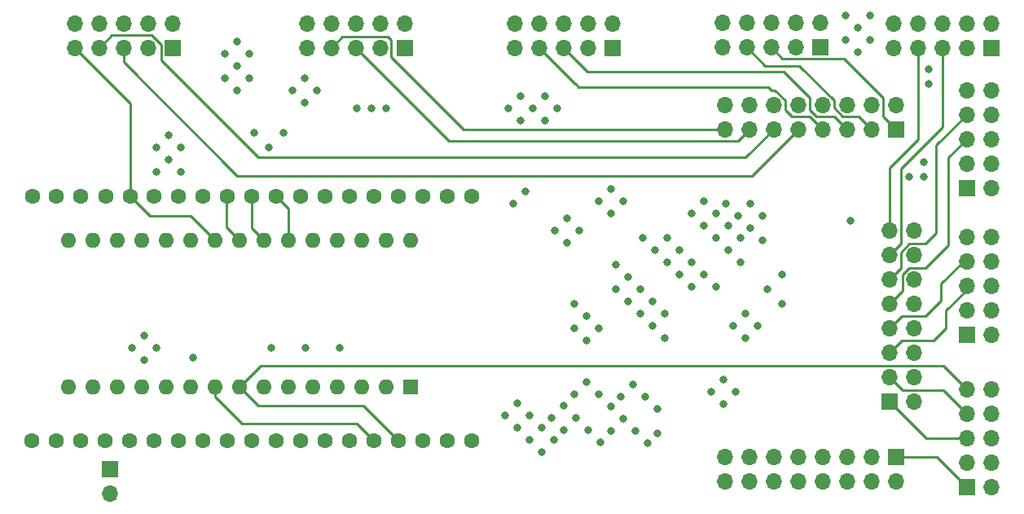
<source format=gbr>
%TF.GenerationSoftware,KiCad,Pcbnew,(6.0.5-0)*%
%TF.CreationDate,2022-06-29T18:32:03+01:00*%
%TF.ProjectId,revised_minh_design,72657669-7365-4645-9f6d-696e685f6465,rev?*%
%TF.SameCoordinates,Original*%
%TF.FileFunction,Copper,L2,Inr*%
%TF.FilePolarity,Positive*%
%FSLAX46Y46*%
G04 Gerber Fmt 4.6, Leading zero omitted, Abs format (unit mm)*
G04 Created by KiCad (PCBNEW (6.0.5-0)) date 2022-06-29 18:32:03*
%MOMM*%
%LPD*%
G01*
G04 APERTURE LIST*
%TA.AperFunction,ComponentPad*%
%ADD10R,1.700000X1.700000*%
%TD*%
%TA.AperFunction,ComponentPad*%
%ADD11O,1.700000X1.700000*%
%TD*%
%TA.AperFunction,ComponentPad*%
%ADD12C,1.600000*%
%TD*%
%TA.AperFunction,ComponentPad*%
%ADD13R,1.600000X1.600000*%
%TD*%
%TA.AperFunction,ComponentPad*%
%ADD14O,1.600000X1.600000*%
%TD*%
%TA.AperFunction,ViaPad*%
%ADD15C,0.800000*%
%TD*%
%TA.AperFunction,Conductor*%
%ADD16C,0.250000*%
%TD*%
G04 APERTURE END LIST*
D10*
%TO.N,RX*%
%TO.C,J5*%
X60198000Y-78105000D03*
D11*
%TO.N,TX*%
X60198000Y-80645000D03*
%TD*%
D10*
%TO.N,VoutF*%
%TO.C,J9*%
X149225000Y-48895000D03*
D11*
%TO.N,Earth*%
X151765000Y-48895000D03*
%TO.N,unconnected-(J9-Pad3)*%
X149225000Y-46355000D03*
%TO.N,Earth*%
X151765000Y-46355000D03*
%TO.N,ADC2_5*%
X149225000Y-43815000D03*
%TO.N,Earth*%
X151765000Y-43815000D03*
%TO.N,ADC2_6*%
X149225000Y-41275000D03*
%TO.N,Earth*%
X151765000Y-41275000D03*
%TO.N,ENA6*%
X149225000Y-38735000D03*
%TO.N,Earth*%
X151765000Y-38735000D03*
%TD*%
D10*
%TO.N,ADC2_1*%
%TO.C,J3*%
X141204000Y-71105000D03*
D11*
%TO.N,Earth*%
X143744000Y-71105000D03*
%TO.N,ADC2_2*%
X141204000Y-68565000D03*
%TO.N,Earth*%
X143744000Y-68565000D03*
%TO.N,ADC2_3*%
X141204000Y-66025000D03*
%TO.N,Earth*%
X143744000Y-66025000D03*
%TO.N,ADC2_4*%
X141204000Y-63485000D03*
%TO.N,Earth*%
X143744000Y-63485000D03*
%TO.N,ADC2_5*%
X141204000Y-60945000D03*
%TO.N,Earth*%
X143744000Y-60945000D03*
%TO.N,ADC2_6*%
X141204000Y-58405000D03*
%TO.N,Earth*%
X143744000Y-58405000D03*
%TO.N,ADC2_7*%
X141204000Y-55865000D03*
%TO.N,Earth*%
X143744000Y-55865000D03*
%TO.N,ADC2_8*%
X141204000Y-53325000D03*
%TO.N,Earth*%
X143744000Y-53325000D03*
%TD*%
D10*
%TO.N,VoutA*%
%TO.C,J10*%
X66645000Y-34310000D03*
D11*
%TO.N,Earth*%
X66645000Y-31770000D03*
%TO.N,unconnected-(J10-Pad3)*%
X64105000Y-34310000D03*
%TO.N,Earth*%
X64105000Y-31770000D03*
%TO.N,ADC1_5*%
X61565000Y-34310000D03*
%TO.N,Earth*%
X61565000Y-31770000D03*
%TO.N,ADC1_6*%
X59025000Y-34310000D03*
%TO.N,Earth*%
X59025000Y-31770000D03*
%TO.N,ENA1*%
X56485000Y-34310000D03*
%TO.N,Earth*%
X56485000Y-31770000D03*
%TD*%
D10*
%TO.N,VoutD*%
%TO.C,J6*%
X149205000Y-64105000D03*
D11*
%TO.N,Earth*%
X151745000Y-64105000D03*
%TO.N,unconnected-(J6-Pad3)*%
X149205000Y-61565000D03*
%TO.N,Earth*%
X151745000Y-61565000D03*
%TO.N,ADC2_3*%
X149205000Y-59025000D03*
%TO.N,Earth*%
X151745000Y-59025000D03*
%TO.N,ADC2_4*%
X149205000Y-56485000D03*
%TO.N,Earth*%
X151745000Y-56485000D03*
%TO.N,ENA7*%
X149205000Y-53945000D03*
%TO.N,Earth*%
X151745000Y-53945000D03*
%TD*%
D10*
%TO.N,VoutC*%
%TO.C,J12*%
X90775000Y-34310000D03*
D11*
%TO.N,Earth*%
X90775000Y-31770000D03*
%TO.N,unconnected-(J12-Pad3)*%
X88235000Y-34310000D03*
%TO.N,Earth*%
X88235000Y-31770000D03*
%TO.N,ADC1_7*%
X85695000Y-34310000D03*
%TO.N,Earth*%
X85695000Y-31770000D03*
%TO.N,ADC1_8*%
X83155000Y-34310000D03*
%TO.N,Earth*%
X83155000Y-31770000D03*
%TO.N,ENA2*%
X80615000Y-34310000D03*
%TO.N,Earth*%
X80615000Y-31770000D03*
%TD*%
D10*
%TO.N,VoutB*%
%TO.C,J1*%
X149205000Y-79980000D03*
D11*
%TO.N,Earth*%
X151745000Y-79980000D03*
%TO.N,unconnected-(J1-Pad3)*%
X149205000Y-77440000D03*
%TO.N,Earth*%
X151745000Y-77440000D03*
%TO.N,ADC2_1*%
X149205000Y-74900000D03*
%TO.N,Earth*%
X151745000Y-74900000D03*
%TO.N,ADC2_2*%
X149205000Y-72360000D03*
%TO.N,Earth*%
X151745000Y-72360000D03*
%TO.N,ENA8*%
X149205000Y-69820000D03*
%TO.N,Earth*%
X151745000Y-69820000D03*
%TD*%
D10*
%TO.N,ADC1_1*%
%TO.C,J2*%
X141844000Y-42799000D03*
D11*
%TO.N,Earth*%
X141844000Y-40259000D03*
%TO.N,ADC1_2*%
X139304000Y-42799000D03*
%TO.N,Earth*%
X139304000Y-40259000D03*
%TO.N,ADC1_3*%
X136764000Y-42799000D03*
%TO.N,Earth*%
X136764000Y-40259000D03*
%TO.N,ADC1_4*%
X134224000Y-42799000D03*
%TO.N,Earth*%
X134224000Y-40259000D03*
%TO.N,ADC1_5*%
X131684000Y-42799000D03*
%TO.N,Earth*%
X131684000Y-40259000D03*
%TO.N,ADC1_6*%
X129144000Y-42799000D03*
%TO.N,Earth*%
X129144000Y-40259000D03*
%TO.N,ADC1_7*%
X126604000Y-42799000D03*
%TO.N,Earth*%
X126604000Y-40259000D03*
%TO.N,ADC1_8*%
X124064000Y-42799000D03*
%TO.N,Earth*%
X124064000Y-40259000D03*
%TD*%
D10*
%TO.N,VoutE*%
%TO.C,J8*%
X112365000Y-34310000D03*
D11*
%TO.N,Earth*%
X112365000Y-31770000D03*
%TO.N,unconnected-(J8-Pad3)*%
X109825000Y-34310000D03*
%TO.N,Earth*%
X109825000Y-31770000D03*
%TO.N,ADC1_3*%
X107285000Y-34310000D03*
%TO.N,Earth*%
X107285000Y-31770000D03*
%TO.N,ADC1_4*%
X104745000Y-34310000D03*
%TO.N,Earth*%
X104745000Y-31770000D03*
%TO.N,ENA3*%
X102205000Y-34310000D03*
%TO.N,Earth*%
X102205000Y-31770000D03*
%TD*%
D10*
%TO.N,VoutH*%
%TO.C,J11*%
X151735000Y-34310000D03*
D11*
%TO.N,Earth*%
X151735000Y-31770000D03*
%TO.N,unconnected-(J11-Pad3)*%
X149195000Y-34310000D03*
%TO.N,Earth*%
X149195000Y-31770000D03*
%TO.N,ADC2_7*%
X146655000Y-34310000D03*
%TO.N,Earth*%
X146655000Y-31770000D03*
%TO.N,ADC2_8*%
X144115000Y-34310000D03*
%TO.N,Earth*%
X144115000Y-31770000D03*
%TO.N,ENA5*%
X141575000Y-34310000D03*
%TO.N,Earth*%
X141575000Y-31770000D03*
%TD*%
D10*
%TO.N,VoutG*%
%TO.C,J7*%
X133955000Y-34290000D03*
D11*
%TO.N,Earth*%
X133955000Y-31750000D03*
%TO.N,unconnected-(J7-Pad3)*%
X131415000Y-34290000D03*
%TO.N,Earth*%
X131415000Y-31750000D03*
%TO.N,ADC1_1*%
X128875000Y-34290000D03*
%TO.N,Earth*%
X128875000Y-31750000D03*
%TO.N,ADC1_2*%
X126335000Y-34290000D03*
%TO.N,Earth*%
X126335000Y-31750000D03*
%TO.N,ENA4*%
X123795000Y-34290000D03*
%TO.N,Earth*%
X123795000Y-31750000D03*
%TD*%
D12*
%TO.N,unconnected-(U1-Pad1)*%
%TO.C,U1*%
X97785000Y-75184000D03*
%TO.N,unconnected-(U1-Pad2)*%
X95245000Y-75184000D03*
%TO.N,unconnected-(U1-Pad3)*%
X92705000Y-75184000D03*
%TO.N,ENA8*%
X90165000Y-75184000D03*
%TO.N,ENA7*%
X87625000Y-75184000D03*
%TO.N,unconnected-(U1-Pad6)*%
X85085000Y-75184000D03*
%TO.N,unconnected-(U1-Pad7)*%
X82545000Y-75184000D03*
%TO.N,unconnected-(U1-Pad8)*%
X80005000Y-75184000D03*
%TO.N,unconnected-(U1-Pad9)*%
X77465000Y-75184000D03*
%TO.N,unconnected-(U1-Pad10)*%
X74925000Y-75184000D03*
%TO.N,unconnected-(U1-Pad11)*%
X72385000Y-75184000D03*
%TO.N,unconnected-(U1-Pad12)*%
X69845000Y-75184000D03*
%TO.N,Earth*%
X67305000Y-75184000D03*
%TO.N,unconnected-(U1-Pad14)*%
X64765000Y-75184000D03*
%TO.N,unconnected-(U1-Pad15)*%
X62225000Y-75184000D03*
%TO.N,unconnected-(U1-Pad16)*%
X59685000Y-75184000D03*
%TO.N,unconnected-(U1-Pad17)*%
X57145000Y-75184000D03*
%TO.N,unconnected-(U1-Pad18)*%
X54605000Y-75184000D03*
%TO.N,Earth*%
X52065000Y-75184000D03*
%TO.N,unconnected-(U1-Pad20)*%
X52102143Y-49789715D03*
%TO.N,unconnected-(U1-Pad21)*%
X54599014Y-49789715D03*
%TO.N,unconnected-(U1-Pad22)*%
X57145000Y-49784000D03*
%TO.N,unconnected-(U1-Pad23)*%
X59713572Y-49789715D03*
%TO.N,ENA1*%
X62250715Y-49789715D03*
%TO.N,unconnected-(U1-Pad25)*%
X64765000Y-49784000D03*
%TO.N,unconnected-(U1-Pad26)*%
X67305000Y-49784000D03*
%TO.N,unconnected-(U1-Pad27)*%
X69845000Y-49784000D03*
%TO.N,ENA2*%
X72385000Y-49784000D03*
%TO.N,ENA3*%
X74925000Y-49784000D03*
%TO.N,ENA4*%
X77465000Y-49784000D03*
%TO.N,unconnected-(U1-Pad31)*%
X80010715Y-49789715D03*
%TO.N,unconnected-(U1-Pad32)*%
X82547858Y-49789715D03*
%TO.N,Earth*%
X85085000Y-49784000D03*
%TO.N,unconnected-(U1-Pad34)*%
X87625000Y-49784000D03*
%TO.N,unconnected-(U1-Pad35)*%
X90165000Y-49784000D03*
%TO.N,unconnected-(U1-Pad36)*%
X92705000Y-49784000D03*
%TO.N,unconnected-(U1-Pad37)*%
X95245000Y-49784000D03*
%TO.N,unconnected-(U1-Pad38)*%
X97785000Y-49784000D03*
%TD*%
D10*
%TO.N,VoutB*%
%TO.C,J4*%
X141859000Y-76835000D03*
D11*
%TO.N,Earth*%
X141859000Y-79375000D03*
%TO.N,VoutD*%
X139319000Y-76835000D03*
%TO.N,Earth*%
X139319000Y-79375000D03*
%TO.N,VoutF*%
X136779000Y-76835000D03*
%TO.N,Earth*%
X136779000Y-79375000D03*
%TO.N,VoutH*%
X134239000Y-76835000D03*
%TO.N,Earth*%
X134239000Y-79375000D03*
%TO.N,VoutG*%
X131699000Y-76835000D03*
%TO.N,Earth*%
X131699000Y-79375000D03*
%TO.N,VoutE*%
X129159000Y-76835000D03*
%TO.N,Earth*%
X129159000Y-79375000D03*
%TO.N,VoutC*%
X126619000Y-76835000D03*
%TO.N,Earth*%
X126619000Y-79375000D03*
%TO.N,VoutA*%
X124079000Y-76835000D03*
%TO.N,Earth*%
X124079000Y-79375000D03*
%TD*%
D13*
%TO.N,unconnected-(A1-Pad1)*%
%TO.C,A1*%
X91440000Y-69596000D03*
D14*
%TO.N,unconnected-(A1-Pad2)*%
X88900000Y-69596000D03*
%TO.N,unconnected-(A1-Pad3)*%
X86360000Y-69596000D03*
%TO.N,Earth*%
X83820000Y-69596000D03*
%TO.N,unconnected-(A1-Pad5)*%
X81280000Y-69596000D03*
%TO.N,unconnected-(A1-Pad6)*%
X78740000Y-69596000D03*
%TO.N,unconnected-(A1-Pad7)*%
X76200000Y-69596000D03*
%TO.N,ENA8*%
X73660000Y-69596000D03*
%TO.N,ENA7*%
X71120000Y-69596000D03*
%TO.N,ENA6*%
X68580000Y-69596000D03*
%TO.N,ENA5*%
X66040000Y-69596000D03*
%TO.N,unconnected-(A1-Pad12)*%
X63500000Y-69596000D03*
%TO.N,unconnected-(A1-Pad13)*%
X60960000Y-69596000D03*
%TO.N,unconnected-(A1-Pad14)*%
X58420000Y-69596000D03*
%TO.N,unconnected-(A1-Pad15)*%
X55880000Y-69596000D03*
%TO.N,unconnected-(A1-Pad16)*%
X55880000Y-54356000D03*
%TO.N,unconnected-(A1-Pad17)*%
X58420000Y-54356000D03*
%TO.N,unconnected-(A1-Pad18)*%
X60960000Y-54356000D03*
%TO.N,unconnected-(A1-Pad19)*%
X63500000Y-54356000D03*
%TO.N,unconnected-(A1-Pad20)*%
X66040000Y-54356000D03*
%TO.N,unconnected-(A1-Pad21)*%
X68580000Y-54356000D03*
%TO.N,ENA1*%
X71120000Y-54356000D03*
%TO.N,ENA2*%
X73660000Y-54356000D03*
%TO.N,ENA3*%
X76200000Y-54356000D03*
%TO.N,ENA4*%
X78740000Y-54356000D03*
%TO.N,unconnected-(A1-Pad26)*%
X81280000Y-54356000D03*
%TO.N,unconnected-(A1-Pad27)*%
X83820000Y-54356000D03*
%TO.N,unconnected-(A1-Pad28)*%
X86360000Y-54356000D03*
%TO.N,Earth*%
X88900000Y-54356000D03*
%TO.N,unconnected-(A1-Pad30)*%
X91440000Y-54356000D03*
%TD*%
D15*
%TO.N,Earth*%
X125476000Y-51816000D03*
X117856000Y-61976000D03*
X65024000Y-65532000D03*
X109855000Y-74041000D03*
X107315000Y-71501000D03*
X73406000Y-38735000D03*
X118110000Y-56642000D03*
X130048000Y-57912000D03*
X117094000Y-71882000D03*
X126746000Y-53086000D03*
X114808000Y-74168000D03*
X85852000Y-40640000D03*
X120650000Y-59182000D03*
X110998000Y-70358000D03*
X121920000Y-52832000D03*
X102489000Y-71247000D03*
X117856000Y-64516000D03*
X144780000Y-46228000D03*
X84074000Y-65532000D03*
X124968000Y-63246000D03*
X139192000Y-30988000D03*
X128016000Y-54356000D03*
X103378000Y-49276000D03*
X102489000Y-73787000D03*
X68834000Y-66548000D03*
X72136000Y-37465000D03*
X76962000Y-65532000D03*
X136652000Y-33528000D03*
X124460000Y-55372000D03*
X116586000Y-63246000D03*
X105410000Y-39370000D03*
X130048000Y-60960000D03*
X114554000Y-69342000D03*
X118110000Y-54102000D03*
X63754000Y-64262000D03*
X143256000Y-47752000D03*
X136652000Y-30988000D03*
X106426000Y-53340000D03*
X103759000Y-72517000D03*
X113538000Y-72898000D03*
X112776000Y-59436000D03*
X87376000Y-40640000D03*
X67564000Y-44704000D03*
X137160000Y-52324000D03*
X115316000Y-61976000D03*
X127508000Y-63246000D03*
X116078000Y-75438000D03*
X102870000Y-39370000D03*
X124206000Y-50546000D03*
X137922000Y-34798000D03*
X105029000Y-73787000D03*
X139192000Y-33528000D03*
X109728000Y-69088000D03*
X105029000Y-76327000D03*
X116586000Y-63246000D03*
X108458000Y-60960000D03*
X103759000Y-75057000D03*
X78232000Y-43180000D03*
X102870000Y-41910000D03*
X73406000Y-36195000D03*
X115824000Y-70612000D03*
X63754000Y-66802000D03*
X79121000Y-38735000D03*
X112268000Y-49022000D03*
X108966000Y-53340000D03*
X145288000Y-36576000D03*
X128524000Y-59436000D03*
X115570000Y-54102000D03*
X111125000Y-75311000D03*
X112776000Y-56896000D03*
X104140000Y-40640000D03*
X80391000Y-37465000D03*
X106045000Y-72771000D03*
X73406000Y-33655000D03*
X80518000Y-65532000D03*
X72136000Y-34925000D03*
X88900000Y-40640000D03*
X122682000Y-70104000D03*
X121920000Y-50292000D03*
X107696000Y-52070000D03*
X126238000Y-61976000D03*
X112268000Y-51562000D03*
X108585000Y-72771000D03*
X113284000Y-70612000D03*
X126746000Y-50546000D03*
X120650000Y-59182000D03*
X65024000Y-44704000D03*
X67564000Y-47244000D03*
X117094000Y-74422000D03*
X102108000Y-50546000D03*
X80391000Y-40005000D03*
X66294000Y-43434000D03*
X115316000Y-61976000D03*
X108458000Y-70358000D03*
X107696000Y-54610000D03*
X110998000Y-63500000D03*
X125222000Y-70104000D03*
X106680000Y-40640000D03*
X66294000Y-45974000D03*
X116586000Y-60706000D03*
X109728000Y-62230000D03*
X120650000Y-56642000D03*
X119380000Y-57912000D03*
X121920000Y-57912000D03*
X115316000Y-59436000D03*
X144780000Y-47752000D03*
X121920000Y-57912000D03*
X108458000Y-63500000D03*
X114046000Y-60706000D03*
X113538000Y-50292000D03*
X123952000Y-68834000D03*
X126238000Y-64516000D03*
X125730000Y-54102000D03*
X114046000Y-58166000D03*
X119380000Y-55372000D03*
X116840000Y-55372000D03*
X123190000Y-51562000D03*
X65024000Y-47244000D03*
X120650000Y-56642000D03*
X110998000Y-50292000D03*
X101600000Y-40640000D03*
X125730000Y-56642000D03*
X117856000Y-61976000D03*
X74676000Y-34925000D03*
X112268000Y-74168000D03*
X106299000Y-75057000D03*
X123952000Y-71374000D03*
X120650000Y-51562000D03*
X112268000Y-71628000D03*
X75184000Y-43180000D03*
X145288000Y-38100000D03*
X105410000Y-41910000D03*
X101219000Y-72517000D03*
X107315000Y-74041000D03*
X74676000Y-37465000D03*
X119380000Y-57912000D03*
X109728000Y-64770000D03*
X76708000Y-44704000D03*
X137922000Y-32258000D03*
X81661000Y-38735000D03*
X123190000Y-54102000D03*
X123190000Y-59182000D03*
X62484000Y-65532000D03*
X124460000Y-52832000D03*
X128016000Y-51816000D03*
%TD*%
D16*
%TO.N,VoutB*%
X146060000Y-76835000D02*
X149205000Y-79980000D01*
X141859000Y-76835000D02*
X146060000Y-76835000D01*
%TO.N,ADC2_1*%
X144999000Y-74900000D02*
X149205000Y-74900000D01*
X141204000Y-71105000D02*
X144999000Y-74900000D01*
%TO.N,ADC2_2*%
X142569489Y-69930489D02*
X146775489Y-69930489D01*
X141204000Y-68565000D02*
X142569489Y-69930489D01*
X146775489Y-69930489D02*
X149205000Y-72360000D01*
%TO.N,ADC2_3*%
X142459000Y-64770000D02*
X145796000Y-64770000D01*
X147066000Y-63500000D02*
X147066000Y-61595000D01*
X145796000Y-64770000D02*
X147066000Y-63500000D01*
X149205000Y-59456000D02*
X149205000Y-59025000D01*
X147066000Y-61595000D02*
X149205000Y-59456000D01*
X141204000Y-66025000D02*
X142459000Y-64770000D01*
%TO.N,ADC2_4*%
X148874000Y-56485000D02*
X149205000Y-56485000D01*
X141204000Y-63485000D02*
X142459000Y-62230000D01*
X146558000Y-58801000D02*
X148874000Y-56485000D01*
X142459000Y-62230000D02*
X144907000Y-62230000D01*
X144907000Y-62230000D02*
X146558000Y-60579000D01*
X146558000Y-60579000D02*
X146558000Y-58801000D01*
%TO.N,ADC2_5*%
X147320000Y-54829000D02*
X147320000Y-45720000D01*
X143257501Y-57230489D02*
X144918511Y-57230489D01*
X142569489Y-59579511D02*
X142569489Y-57918501D01*
X141204000Y-60945000D02*
X142569489Y-59579511D01*
X144918511Y-57230489D02*
X147320000Y-54829000D01*
X142569489Y-57918501D02*
X143257501Y-57230489D01*
X147320000Y-45720000D02*
X149225000Y-43815000D01*
%TO.N,ADC2_6*%
X141204000Y-58405000D02*
X142378511Y-57230489D01*
X146050000Y-53559000D02*
X146050000Y-44450000D01*
X142378511Y-55569479D02*
X143257501Y-54690489D01*
X146050000Y-44450000D02*
X149205000Y-41295000D01*
X142378511Y-57230489D02*
X142378511Y-55569479D01*
X144918511Y-54690489D02*
X146050000Y-53559000D01*
X143257501Y-54690489D02*
X144918511Y-54690489D01*
%TO.N,ADC2_7*%
X146655000Y-42515000D02*
X146655000Y-34310000D01*
X146685000Y-42545000D02*
X146655000Y-42515000D01*
X142378511Y-46851489D02*
X146685000Y-42545000D01*
X142378511Y-54690489D02*
X142378511Y-46851489D01*
X141204000Y-55865000D02*
X142378511Y-54690489D01*
%TO.N,ADC2_8*%
X144115000Y-43845000D02*
X144115000Y-34310000D01*
X141204000Y-46756000D02*
X144115000Y-43845000D01*
X141204000Y-53325000D02*
X141204000Y-46756000D01*
%TO.N,ADC1_1*%
X140478511Y-39513511D02*
X136429511Y-35464511D01*
X141844000Y-42799000D02*
X140478511Y-41433511D01*
X130049511Y-35464511D02*
X128875000Y-34290000D01*
X140478511Y-41433511D02*
X140478511Y-39513511D01*
X136429511Y-35464511D02*
X130049511Y-35464511D01*
%TO.N,ADC1_2*%
X135398511Y-40554521D02*
X135398511Y-39772501D01*
X136277501Y-41433511D02*
X135398511Y-40554521D01*
X139304000Y-42799000D02*
X137938511Y-41433511D01*
X137938511Y-41433511D02*
X136277501Y-41433511D01*
X128240000Y-36195000D02*
X126335000Y-34290000D01*
X135398511Y-39772501D02*
X131821010Y-36195000D01*
X131821010Y-36195000D02*
X128240000Y-36195000D01*
%TO.N,ADC1_3*%
X136764000Y-42799000D02*
X135398511Y-41433511D01*
X135398511Y-41433511D02*
X133546523Y-41433511D01*
X109805000Y-36830000D02*
X107285000Y-34310000D01*
X130175000Y-36830000D02*
X109805000Y-36830000D01*
X132858511Y-39513511D02*
X130175000Y-36830000D01*
X132858511Y-40745499D02*
X132858511Y-39513511D01*
X133546523Y-41433511D02*
X132858511Y-40745499D01*
%TO.N,ADC1_4*%
X129281010Y-38735000D02*
X128905000Y-38735000D01*
X108856479Y-38371479D02*
X108585000Y-38100000D01*
X134224000Y-42799000D02*
X132858511Y-41433511D01*
X128541479Y-38371479D02*
X108856479Y-38371479D01*
X108535000Y-38100000D02*
X104745000Y-34310000D01*
X130318511Y-39772501D02*
X129281010Y-38735000D01*
X131006523Y-41433511D02*
X130318511Y-40745499D01*
X132858511Y-41433511D02*
X131006523Y-41433511D01*
X108585000Y-38100000D02*
X108535000Y-38100000D01*
X130318511Y-40745499D02*
X130318511Y-39772501D01*
X128905000Y-38735000D02*
X128541479Y-38371479D01*
%TO.N,ADC1_5*%
X126858000Y-47625000D02*
X73406000Y-47625000D01*
X61565000Y-35784000D02*
X61565000Y-34310000D01*
X131684000Y-42799000D02*
X126858000Y-47625000D01*
X73406000Y-47625000D02*
X61565000Y-35784000D01*
%TO.N,ADC1_6*%
X65470489Y-35625489D02*
X65470489Y-34014479D01*
X75565000Y-45720000D02*
X65470489Y-35625489D01*
X60315000Y-33020000D02*
X59025000Y-34310000D01*
X126223000Y-45720000D02*
X75565000Y-45720000D01*
X129144000Y-42799000D02*
X126223000Y-45720000D01*
X65470489Y-34014479D02*
X64476010Y-33020000D01*
X64476010Y-33020000D02*
X60315000Y-33020000D01*
%TO.N,ADC1_7*%
X95358511Y-43973511D02*
X85695000Y-34310000D01*
X126604000Y-42799000D02*
X125429489Y-43973511D01*
X125429489Y-43973511D02*
X95358511Y-43973511D01*
%TO.N,ADC1_8*%
X89409511Y-34796499D02*
X89409511Y-33529511D01*
X124064000Y-42799000D02*
X96901000Y-42799000D01*
X89409511Y-33529511D02*
X89015489Y-33135489D01*
X96901000Y-42799000D02*
X89408000Y-35306000D01*
X89408000Y-35306000D02*
X89408000Y-34798010D01*
X89408000Y-34798010D02*
X89409511Y-34796499D01*
X84329511Y-33135489D02*
X83155000Y-34310000D01*
X89015489Y-33135489D02*
X84329511Y-33135489D01*
%TO.N,ENA1*%
X71120000Y-54356000D02*
X68580000Y-51816000D01*
X68580000Y-51816000D02*
X64277000Y-51816000D01*
X62250715Y-49789715D02*
X62250715Y-40075715D01*
X64277000Y-51816000D02*
X62250715Y-49789715D01*
X62250715Y-40075715D02*
X56485000Y-34310000D01*
%TO.N,ENA2*%
X72263000Y-49906000D02*
X72385000Y-49784000D01*
X73660000Y-54356000D02*
X72263000Y-52959000D01*
X72263000Y-52959000D02*
X72263000Y-49906000D01*
%TO.N,ENA3*%
X74930000Y-53086000D02*
X74930000Y-49789000D01*
X74930000Y-49789000D02*
X74925000Y-49784000D01*
X76200000Y-54356000D02*
X74930000Y-53086000D01*
%TO.N,ENA4*%
X78740000Y-51059000D02*
X77465000Y-49784000D01*
X78740000Y-54356000D02*
X78740000Y-51059000D01*
%TO.N,ENA8*%
X146775489Y-67390489D02*
X75865511Y-67390489D01*
X75865511Y-67390489D02*
X73660000Y-69596000D01*
X75565000Y-71501000D02*
X73660000Y-69596000D01*
X149205000Y-69820000D02*
X146775489Y-67390489D01*
X86482000Y-71501000D02*
X75565000Y-71501000D01*
X90165000Y-75184000D02*
X86482000Y-71501000D01*
%TO.N,ENA7*%
X85847000Y-73406000D02*
X73914000Y-73406000D01*
X73914000Y-73406000D02*
X71120000Y-70612000D01*
X71120000Y-70612000D02*
X71120000Y-69596000D01*
X87625000Y-75184000D02*
X85847000Y-73406000D01*
%TD*%
M02*

</source>
